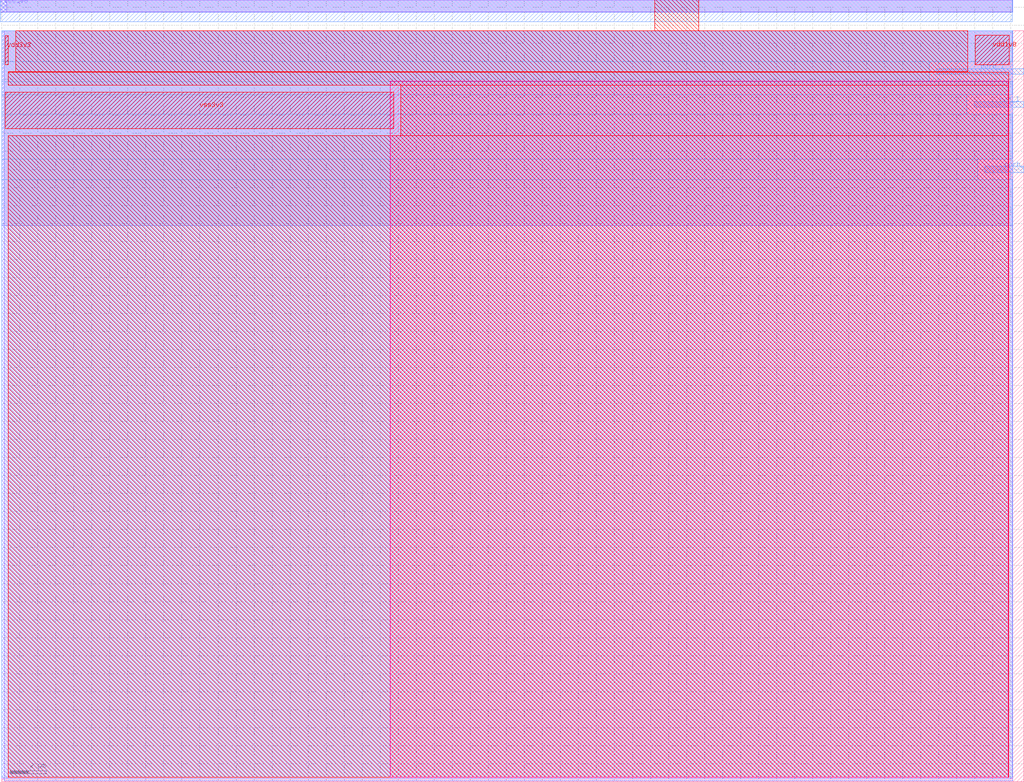
<source format=lef>
VERSION 5.7 ;
  NOWIREEXTENSIONATPIN ON ;
  DIVIDERCHAR "/" ;
  BUSBITCHARS "[]" ;
MACRO simple_por
  CLASS BLOCK ;
  FOREIGN simple_por ;
  ORIGIN 0.000 0.000 ;
  SIZE 56.720 BY 41.690 ;
  PIN vdd3v3
    DIRECTION INOUT ;
    USE POWER ;
    PORT
      LAYER met4 ;
        RECT 0.190 39.825 0.365 41.415 ;
    END
  END vdd3v3
  PIN vdd1v8
    DIRECTION INOUT ;
    USE POWER ;
    PORT
      LAYER met4 ;
        RECT 54.010 39.810 55.900 41.455 ;
    END
  END vdd1v8
  PIN vss3v3
    DIRECTION INOUT ;
    USE GROUND ;
    PORT
      LAYER met4 ;
        RECT 0.190 36.275 21.750 38.275 ;
    END
  END vss3v3
  PIN porb_h
    DIRECTION OUTPUT ;
    USE SIGNAL ;
    PORT
      LAYER met3 ;
        RECT 54.545 33.825 56.710 34.170 ;
    END
  END porb_h
  PIN por_l
    DIRECTION OUTPUT ;
    USE SIGNAL ;
    PORT
      LAYER met3 ;
        RECT 53.960 37.455 56.720 37.755 ;
    END
  END por_l
  PIN porb_l
    DIRECTION OUTPUT ;
    USE SIGNAL ;
    PORT
      LAYER met3 ;
        RECT 51.855 39.280 56.715 39.580 ;
    END
  END porb_l
  PIN vss1v8
    DIRECTION INOUT ;
    USE GROUND ;
    PORT
      LAYER met1 ;
        RECT -0.070 42.720 0.290 43.420 ;
    END
  END vss1v8
  OBS
      LAYER li1 ;
        RECT -0.070 42.760 56.090 43.380 ;
        RECT 0.000 0.180 56.090 41.690 ;
      LAYER met1 ;
        RECT 0.290 42.720 56.090 43.420 ;
        RECT 0.125 0.055 56.090 41.690 ;
      LAYER met2 ;
        RECT -0.070 42.720 56.090 43.420 ;
        RECT 0.000 30.880 56.090 41.690 ;
      LAYER met3 ;
        RECT -0.070 42.190 56.070 43.420 ;
        RECT 0.000 39.980 56.070 41.690 ;
        RECT 0.000 38.880 51.455 39.980 ;
        RECT 0.000 38.155 56.070 38.880 ;
        RECT 0.000 37.055 53.560 38.155 ;
        RECT 0.000 34.570 56.070 37.055 ;
        RECT 0.000 33.425 54.145 34.570 ;
        RECT 0.000 0.255 56.070 33.425 ;
      LAYER met4 ;
        RECT 36.240 41.690 38.680 43.420 ;
        RECT 0.765 39.425 53.610 41.690 ;
        RECT 0.365 39.410 53.610 39.425 ;
        RECT 0.365 38.675 55.890 39.410 ;
        RECT 22.150 35.875 55.890 38.675 ;
        RECT 0.365 0.255 55.890 35.875 ;
      LAYER met5 ;
        RECT 21.565 0.250 55.855 38.895 ;
  END
END simple_por
END LIBRARY


</source>
